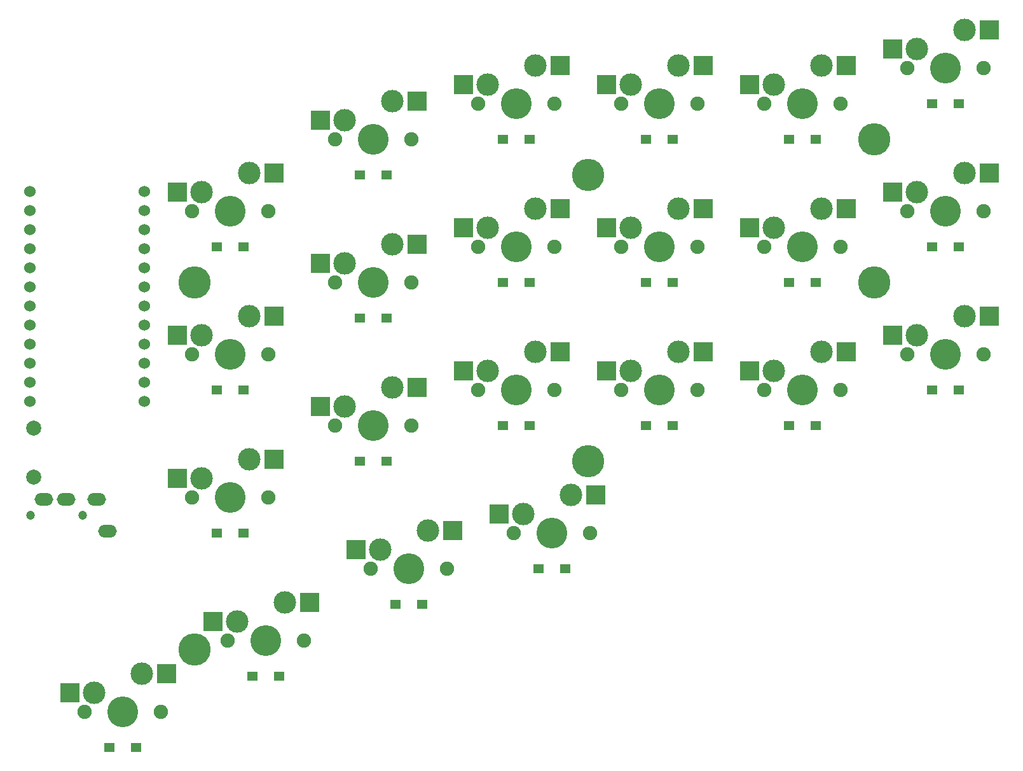
<source format=gbs>
%TF.GenerationSoftware,KiCad,Pcbnew,(7.0.0)*%
%TF.CreationDate,2023-04-23T19:00:17+09:00*%
%TF.ProjectId,pcb_r,7063625f-722e-46b6-9963-61645f706362,rev?*%
%TF.SameCoordinates,Original*%
%TF.FileFunction,Soldermask,Bot*%
%TF.FilePolarity,Negative*%
%FSLAX46Y46*%
G04 Gerber Fmt 4.6, Leading zero omitted, Abs format (unit mm)*
G04 Created by KiCad (PCBNEW (7.0.0)) date 2023-04-23 19:00:17*
%MOMM*%
%LPD*%
G01*
G04 APERTURE LIST*
%ADD10C,1.900000*%
%ADD11C,3.000000*%
%ADD12C,4.100000*%
%ADD13R,2.550000X2.500000*%
%ADD14C,4.300000*%
%ADD15C,1.524000*%
%ADD16C,2.000000*%
%ADD17C,1.200000*%
%ADD18O,2.500000X1.700000*%
%ADD19R,1.400000X1.300000*%
G04 APERTURE END LIST*
D10*
%TO.C,SW28*%
X266382500Y-30956250D03*
D11*
X267652500Y-28416250D03*
D12*
X271462500Y-30956250D03*
D11*
X274002500Y-25876250D03*
D10*
X276542500Y-30956250D03*
D13*
X264377499Y-28416249D03*
X277304499Y-25876249D03*
%TD*%
D10*
%TO.C,SW30*%
X190182500Y-59531250D03*
D11*
X191452500Y-56991250D03*
D12*
X195262500Y-59531250D03*
D11*
X197802500Y-54451250D03*
D10*
X200342500Y-59531250D03*
D13*
X188177499Y-56991249D03*
X201104499Y-54451249D03*
%TD*%
D14*
%TO.C,Ref\u002A\u002A*%
X171450000Y-59531250D03*
%TD*%
D10*
%TO.C,SW40*%
X266382500Y-69056250D03*
D11*
X267652500Y-66516250D03*
D12*
X271462500Y-69056250D03*
D11*
X274002500Y-63976250D03*
D10*
X276542500Y-69056250D03*
D13*
X264377499Y-66516249D03*
X277304499Y-63976249D03*
%TD*%
D10*
%TO.C,SW43*%
X194945000Y-97631250D03*
D11*
X196215000Y-95091250D03*
D12*
X200025000Y-97631250D03*
D11*
X202565000Y-92551250D03*
D10*
X205105000Y-97631250D03*
D13*
X192939999Y-95091249D03*
X205866999Y-92551249D03*
%TD*%
D15*
%TO.C,U1*%
X164773900Y-47434500D03*
X164773900Y-49974500D03*
X164773900Y-52514500D03*
X164773900Y-55054500D03*
X164773900Y-57594500D03*
X164773900Y-60134500D03*
X164773900Y-62674500D03*
X164773900Y-65214500D03*
X164773900Y-67754500D03*
X164773900Y-70294500D03*
X164773900Y-72834500D03*
X164773900Y-75374500D03*
X149553900Y-75374500D03*
X149553900Y-72834500D03*
X149553900Y-70294500D03*
X149553900Y-67754500D03*
X149553900Y-65214500D03*
X149553900Y-62674500D03*
X149553900Y-60134500D03*
X149553900Y-57594500D03*
X149553900Y-55054500D03*
X149553900Y-52514500D03*
X149553900Y-49974500D03*
X149553900Y-47434500D03*
%TD*%
D10*
%TO.C,SW44*%
X213995000Y-92868750D03*
D11*
X215265000Y-90328750D03*
D12*
X219075000Y-92868750D03*
D11*
X221615000Y-87788750D03*
D10*
X224155000Y-92868750D03*
D13*
X211989999Y-90328749D03*
X224916999Y-87788749D03*
%TD*%
D10*
%TO.C,SW39*%
X247332500Y-73818750D03*
D11*
X248602500Y-71278750D03*
D12*
X252412500Y-73818750D03*
D11*
X254952500Y-68738750D03*
D10*
X257492500Y-73818750D03*
D13*
X245327499Y-71278749D03*
X258254499Y-68738749D03*
%TD*%
D10*
%TO.C,SW41*%
X156845000Y-116681250D03*
D11*
X158115000Y-114141250D03*
D12*
X161925000Y-116681250D03*
D11*
X164465000Y-111601250D03*
D10*
X167005000Y-116681250D03*
D13*
X154839999Y-114141249D03*
X167766999Y-111601249D03*
%TD*%
D14*
%TO.C,Ref\u002A\u002A*%
X261937500Y-59531250D03*
%TD*%
D10*
%TO.C,SW23*%
X171132500Y-50006250D03*
D11*
X172402500Y-47466250D03*
D12*
X176212500Y-50006250D03*
D11*
X178752500Y-44926250D03*
D10*
X181292500Y-50006250D03*
D13*
X169127499Y-47466249D03*
X182054499Y-44926249D03*
%TD*%
D10*
%TO.C,SW25*%
X209232500Y-35718750D03*
D11*
X210502500Y-33178750D03*
D12*
X214312500Y-35718750D03*
D11*
X216852500Y-30638750D03*
D10*
X219392500Y-35718750D03*
D13*
X207227499Y-33178749D03*
X220154499Y-30638749D03*
%TD*%
D10*
%TO.C,SW36*%
X190182500Y-78581250D03*
D11*
X191452500Y-76041250D03*
D12*
X195262500Y-78581250D03*
D11*
X197802500Y-73501250D03*
D10*
X200342500Y-78581250D03*
D13*
X188177499Y-76041249D03*
X201104499Y-73501249D03*
%TD*%
D10*
%TO.C,SW32*%
X228282500Y-54768750D03*
D11*
X229552500Y-52228750D03*
D12*
X233362500Y-54768750D03*
D11*
X235902500Y-49688750D03*
D10*
X238442500Y-54768750D03*
D13*
X226277499Y-52228749D03*
X239204499Y-49688749D03*
%TD*%
D16*
%TO.C,RESW1*%
X150018750Y-78903125D03*
X150018750Y-85403125D03*
%TD*%
D10*
%TO.C,SW38*%
X228282500Y-73818750D03*
D11*
X229552500Y-71278750D03*
D12*
X233362500Y-73818750D03*
D11*
X235902500Y-68738750D03*
D10*
X238442500Y-73818750D03*
D13*
X226277499Y-71278749D03*
X239204499Y-68738749D03*
%TD*%
D10*
%TO.C,SW27*%
X247332500Y-35718750D03*
D11*
X248602500Y-33178750D03*
D12*
X252412500Y-35718750D03*
D11*
X254952500Y-30638750D03*
D10*
X257492500Y-35718750D03*
D13*
X245327499Y-33178749D03*
X258254499Y-30638749D03*
%TD*%
D10*
%TO.C,SW42*%
X175895000Y-107156250D03*
D11*
X177165000Y-104616250D03*
D12*
X180975000Y-107156250D03*
D11*
X183515000Y-102076250D03*
D10*
X186055000Y-107156250D03*
D13*
X173889999Y-104616249D03*
X186816999Y-102076249D03*
%TD*%
D10*
%TO.C,SW33*%
X247332500Y-54768750D03*
D11*
X248602500Y-52228750D03*
D12*
X252412500Y-54768750D03*
D11*
X254952500Y-49688750D03*
D10*
X257492500Y-54768750D03*
D13*
X245327499Y-52228749D03*
X258254499Y-49688749D03*
%TD*%
D17*
%TO.C,J1*%
X149575000Y-90487500D03*
X156575000Y-90487500D03*
D18*
X159874999Y-92587499D03*
X151374999Y-88387499D03*
X154374999Y-88387499D03*
X158374999Y-88387499D03*
%TD*%
D14*
%TO.C,Ref\u002A\u002A*%
X223837500Y-45243750D03*
%TD*%
D10*
%TO.C,SW31*%
X209232500Y-54768750D03*
D11*
X210502500Y-52228750D03*
D12*
X214312500Y-54768750D03*
D11*
X216852500Y-49688750D03*
D10*
X219392500Y-54768750D03*
D13*
X207227499Y-52228749D03*
X220154499Y-49688749D03*
%TD*%
D14*
%TO.C,Ref\u002A\u002A*%
X261937500Y-40481250D03*
%TD*%
D10*
%TO.C,SW34*%
X266382500Y-50006250D03*
D11*
X267652500Y-47466250D03*
D12*
X271462500Y-50006250D03*
D11*
X274002500Y-44926250D03*
D10*
X276542500Y-50006250D03*
D13*
X264377499Y-47466249D03*
X277304499Y-44926249D03*
%TD*%
D10*
%TO.C,SW26*%
X228282500Y-35718750D03*
D11*
X229552500Y-33178750D03*
D12*
X233362500Y-35718750D03*
D11*
X235902500Y-30638750D03*
D10*
X238442500Y-35718750D03*
D13*
X226277499Y-33178749D03*
X239204499Y-30638749D03*
%TD*%
D10*
%TO.C,SW35*%
X171132500Y-88106250D03*
D11*
X172402500Y-85566250D03*
D12*
X176212500Y-88106250D03*
D11*
X178752500Y-83026250D03*
D10*
X181292500Y-88106250D03*
D13*
X169127499Y-85566249D03*
X182054499Y-83026249D03*
%TD*%
D10*
%TO.C,SW37*%
X209232500Y-73818750D03*
D11*
X210502500Y-71278750D03*
D12*
X214312500Y-73818750D03*
D11*
X216852500Y-68738750D03*
D10*
X219392500Y-73818750D03*
D13*
X207227499Y-71278749D03*
X220154499Y-68738749D03*
%TD*%
D10*
%TO.C,SW29*%
X171132500Y-69056250D03*
D11*
X172402500Y-66516250D03*
D12*
X176212500Y-69056250D03*
D11*
X178752500Y-63976250D03*
D10*
X181292500Y-69056250D03*
D13*
X169127499Y-66516249D03*
X182054499Y-63976249D03*
%TD*%
D14*
%TO.C,Ref\u002A\u002A*%
X171450000Y-108346875D03*
%TD*%
D10*
%TO.C,SW24*%
X190182500Y-40481250D03*
D11*
X191452500Y-37941250D03*
D12*
X195262500Y-40481250D03*
D11*
X197802500Y-35401250D03*
D10*
X200342500Y-40481250D03*
D13*
X188177499Y-37941249D03*
X201104499Y-35401249D03*
%TD*%
D14*
%TO.C,Ref\u002A\u002A*%
X223837500Y-83343750D03*
%TD*%
D19*
%TO.C,D29*%
X174437499Y-73818749D03*
X177987499Y-73818749D03*
%TD*%
%TO.C,D31*%
X212537499Y-59531249D03*
X216087499Y-59531249D03*
%TD*%
%TO.C,D26*%
X231587499Y-40481249D03*
X235137499Y-40481249D03*
%TD*%
%TO.C,D40*%
X269687499Y-73818749D03*
X273237499Y-73818749D03*
%TD*%
%TO.C,D25*%
X212537499Y-40481249D03*
X216087499Y-40481249D03*
%TD*%
%TO.C,D37*%
X212537499Y-78581249D03*
X216087499Y-78581249D03*
%TD*%
%TO.C,D38*%
X231587499Y-78581249D03*
X235137499Y-78581249D03*
%TD*%
%TO.C,D41*%
X160149999Y-121443749D03*
X163699999Y-121443749D03*
%TD*%
%TO.C,D36*%
X193487499Y-83343749D03*
X197037499Y-83343749D03*
%TD*%
%TO.C,D34*%
X269687499Y-54768749D03*
X273237499Y-54768749D03*
%TD*%
%TO.C,D39*%
X250637499Y-78581249D03*
X254187499Y-78581249D03*
%TD*%
%TO.C,D35*%
X174437499Y-92868749D03*
X177987499Y-92868749D03*
%TD*%
%TO.C,D28*%
X269687499Y-35718749D03*
X273237499Y-35718749D03*
%TD*%
%TO.C,D24*%
X193487499Y-45243749D03*
X197037499Y-45243749D03*
%TD*%
%TO.C,D42*%
X179199999Y-111918749D03*
X182749999Y-111918749D03*
%TD*%
%TO.C,D32*%
X231587499Y-59531249D03*
X235137499Y-59531249D03*
%TD*%
%TO.C,D33*%
X250637499Y-59531249D03*
X254187499Y-59531249D03*
%TD*%
%TO.C,D27*%
X250637499Y-40481249D03*
X254187499Y-40481249D03*
%TD*%
%TO.C,D30*%
X193487499Y-64293749D03*
X197037499Y-64293749D03*
%TD*%
%TO.C,D43*%
X198249999Y-102393749D03*
X201799999Y-102393749D03*
%TD*%
%TO.C,D23*%
X174437499Y-54768749D03*
X177987499Y-54768749D03*
%TD*%
%TO.C,D44*%
X217299999Y-97631249D03*
X220849999Y-97631249D03*
%TD*%
M02*

</source>
